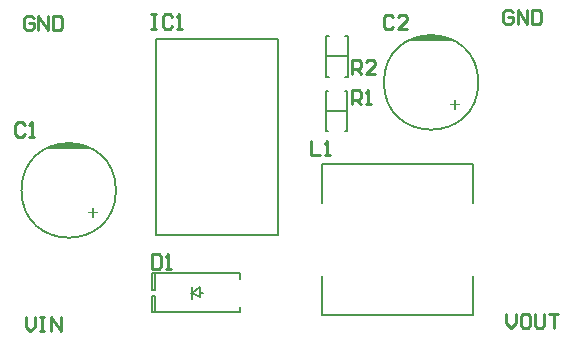
<source format=gto>
G04*
G04 #@! TF.GenerationSoftware,Altium Limited,Altium Designer,21.3.2 (30)*
G04*
G04 Layer_Color=65535*
%FSLAX25Y25*%
%MOIN*%
G70*
G04*
G04 #@! TF.SameCoordinates,0F953CDF-2D95-4BA3-9E95-2DF240EAF7FD*
G04*
G04*
G04 #@! TF.FilePolarity,Positive*
G04*
G01*
G75*
%ADD10C,0.00787*%
%ADD11C,0.00591*%
%ADD12C,0.01000*%
G36*
X382145Y293962D02*
X382924Y294326D01*
X384552Y294878D01*
X386231Y295251D01*
X387940Y295438D01*
X389660D01*
X391369Y295251D01*
X393048Y294878D01*
X394676Y294326D01*
X395455Y293962D01*
Y293962D01*
X382145Y293962D01*
D02*
G37*
G36*
X502945Y329962D02*
X503724Y330326D01*
X505352Y330878D01*
X507031Y331251D01*
X508740Y331438D01*
X510460D01*
X512169Y331251D01*
X513848Y330878D01*
X515476Y330326D01*
X516255Y329962D01*
Y329962D01*
X502945Y329962D01*
D02*
G37*
G36*
X397089Y272611D02*
X398460D01*
Y272027D01*
X397089D01*
Y270657D01*
X396513D01*
Y272027D01*
X395128D01*
Y272611D01*
X396513D01*
Y273981D01*
X397089D01*
Y272611D01*
D02*
G37*
G36*
X517889Y308611D02*
X519260D01*
Y308027D01*
X517889D01*
Y306657D01*
X517313D01*
Y308027D01*
X515928D01*
Y308611D01*
X517313D01*
Y309981D01*
X517889D01*
Y308611D01*
D02*
G37*
D10*
X395455Y293962D02*
G03*
X382145Y293962I-6655J-14273D01*
G01*
X404548Y279690D02*
G03*
X404548Y279690I-15748J0D01*
G01*
X516255Y329962D02*
G03*
X502945Y329962I-6655J-14273D01*
G01*
X525348Y315690D02*
G03*
X525348Y315690I-15748J0D01*
G01*
X416710Y239100D02*
X445974D01*
Y240974D01*
X416710Y239100D02*
Y244600D01*
X445974Y250226D02*
Y252100D01*
X416710Y244600D02*
X417474D01*
Y239100D02*
Y244600D01*
Y246600D02*
Y252100D01*
X416710Y246600D02*
X417474D01*
X416710Y252100D02*
X445974D01*
X416710Y246600D02*
Y252100D01*
X429899Y243632D02*
Y247568D01*
Y245600D02*
X432655Y244025D01*
X429899Y245600D02*
X432655Y247568D01*
Y244025D02*
Y247568D01*
X429505Y245600D02*
X429899D01*
X432655D02*
X433442D01*
X382145Y293962D02*
X395455D01*
X417831Y264701D02*
Y330153D01*
X458677D01*
Y264701D02*
Y330153D01*
X417831Y264701D02*
X458677D01*
X502945Y329962D02*
X516255D01*
X473103Y288597D02*
X523497D01*
X473103Y238203D02*
X523497D01*
X473103Y275605D02*
Y288597D01*
X523497Y275605D02*
Y288597D01*
X473103Y238203D02*
Y251195D01*
X523497Y238203D02*
Y251195D01*
D11*
X474657Y324345D02*
X481743D01*
X474657Y317652D02*
X475444D01*
X474657D02*
Y331038D01*
X475444D01*
X480956Y317652D02*
X481743D01*
Y331038D01*
X480956D02*
X481743D01*
X474457Y306100D02*
X481543D01*
X474457Y299407D02*
X475244D01*
X474457D02*
Y312793D01*
X475244D01*
X480756Y299407D02*
X481543D01*
Y312793D01*
X480756D02*
X481543D01*
D12*
X534700Y238623D02*
Y235474D01*
X536274Y233900D01*
X537849Y235474D01*
Y238623D01*
X541784D02*
X540210D01*
X539423Y237836D01*
Y234687D01*
X540210Y233900D01*
X541784D01*
X542571Y234687D01*
Y237836D01*
X541784Y238623D01*
X544146D02*
Y234687D01*
X544933Y233900D01*
X546507D01*
X547294Y234687D01*
Y238623D01*
X548869D02*
X552017D01*
X550443D01*
Y233900D01*
X536849Y339136D02*
X536061Y339923D01*
X534487D01*
X533700Y339136D01*
Y335987D01*
X534487Y335200D01*
X536061D01*
X536849Y335987D01*
Y337561D01*
X535274D01*
X538423Y335200D02*
Y339923D01*
X541572Y335200D01*
Y339923D01*
X543146D02*
Y335200D01*
X545507D01*
X546294Y335987D01*
Y339136D01*
X545507Y339923D01*
X543146D01*
X374400Y237423D02*
Y234274D01*
X375974Y232700D01*
X377549Y234274D01*
Y237423D01*
X379123D02*
X380697D01*
X379910D01*
Y232700D01*
X379123D01*
X380697D01*
X383059D02*
Y237423D01*
X386207Y232700D01*
Y237423D01*
X377149Y337136D02*
X376361Y337923D01*
X374787D01*
X374000Y337136D01*
Y333987D01*
X374787Y333200D01*
X376361D01*
X377149Y333987D01*
Y335561D01*
X375574D01*
X378723Y333200D02*
Y337923D01*
X381872Y333200D01*
Y337923D01*
X383446D02*
Y333200D01*
X385807D01*
X386594Y333987D01*
Y337136D01*
X385807Y337923D01*
X383446D01*
X416284Y338361D02*
X417858D01*
X417071D01*
Y333639D01*
X416284D01*
X417858D01*
X423368Y337574D02*
X422581Y338361D01*
X421006D01*
X420219Y337574D01*
Y334426D01*
X421006Y333639D01*
X422581D01*
X423368Y334426D01*
X424942Y333639D02*
X426516D01*
X425729D01*
Y338361D01*
X424942Y337574D01*
X483164Y318439D02*
Y323161D01*
X485526D01*
X486313Y322374D01*
Y320800D01*
X485526Y320013D01*
X483164D01*
X484739D02*
X486313Y318439D01*
X491036D02*
X487887D01*
X491036Y321587D01*
Y322374D01*
X490249Y323161D01*
X488674D01*
X487887Y322374D01*
X483151Y308339D02*
Y313061D01*
X485513D01*
X486300Y312274D01*
Y310700D01*
X485513Y309913D01*
X483151D01*
X484726D02*
X486300Y308339D01*
X487874D02*
X489449D01*
X488661D01*
Y313061D01*
X487874Y312274D01*
X469551Y296061D02*
Y291339D01*
X472700D01*
X474274D02*
X475849D01*
X475061D01*
Y296061D01*
X474274Y295274D01*
X416551Y258361D02*
Y253639D01*
X418913D01*
X419700Y254426D01*
Y257574D01*
X418913Y258361D01*
X416551D01*
X421274Y253639D02*
X422849D01*
X422061D01*
Y258361D01*
X421274Y257574D01*
X496913Y337374D02*
X496126Y338161D01*
X494551D01*
X493764Y337374D01*
Y334226D01*
X494551Y333439D01*
X496126D01*
X496913Y334226D01*
X501636Y333439D02*
X498487D01*
X501636Y336587D01*
Y337374D01*
X500849Y338161D01*
X499274D01*
X498487Y337374D01*
X374100Y301574D02*
X373313Y302361D01*
X371739D01*
X370951Y301574D01*
Y298426D01*
X371739Y297639D01*
X373313D01*
X374100Y298426D01*
X375674Y297639D02*
X377249D01*
X376462D01*
Y302361D01*
X375674Y301574D01*
M02*

</source>
